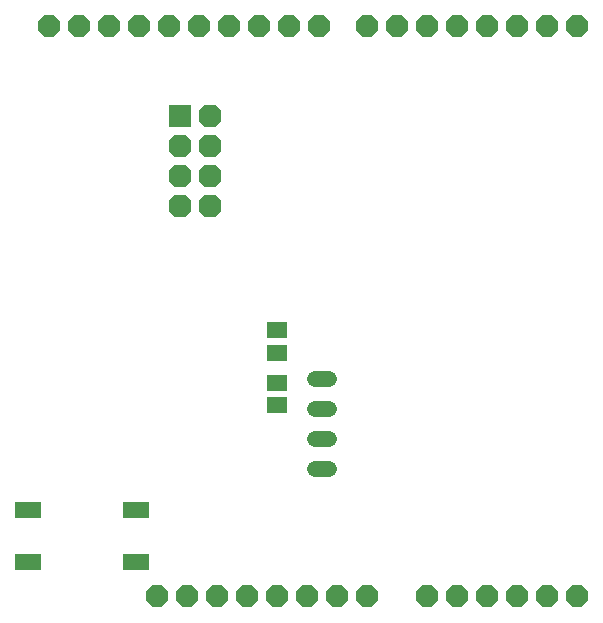
<source format=gts>
G04 This is an RS-274x file exported by *
G04 gerbv version 2.6.1 *
G04 More information is available about gerbv at *
G04 http://gerbv.geda-project.org/ *
G04 --End of header info--*
%MOIN*%
%FSLAX34Y34*%
%IPPOS*%
G04 --Define apertures--*
%ADD10C,0.1320*%
%AMMACRO11*
5,1,8,0.000000,0.000000,0.077932,22.500000*
%
%ADD11MACRO11*%
%ADD12C,0.0532*%
%ADD13R,0.0690X0.0572*%
%ADD14R,0.0651X0.0572*%
%ADD15R,0.0887X0.0572*%
%ADD16R,0.0760X0.0760*%
%AMMACRO17*
5,1,8,0.000000,0.000000,0.082262,22.500000*
%
%ADD17MACRO17*%
G04 --Start main section--*
G54D11*
G01X0009660Y0020500D03*
G01X0010660Y0020500D03*
G01X0011660Y0020500D03*
G01X0012659Y0020500D03*
G01X0013660Y0020500D03*
G01X0014660Y0020500D03*
G01X0015660Y0020500D03*
G01X0016660Y0020500D03*
G01X0017660Y0020500D03*
G01X0018660Y0020500D03*
G01X0020260Y0020500D03*
G01X0021260Y0020500D03*
G01X0022260Y0020500D03*
G01X0023260Y0020500D03*
G01X0024260Y0020500D03*
G01X0025260Y0020500D03*
G01X0026260Y0020500D03*
G01X0027260Y0020500D03*
G01X0027260Y0001500D03*
G01X0026260Y0001500D03*
G01X0025260Y0001500D03*
G01X0024260Y0001500D03*
G01X0023260Y0001500D03*
G01X0022260Y0001500D03*
G01X0020260Y0001500D03*
G01X0019260Y0001500D03*
G01X0018260Y0001500D03*
G01X0017260Y0001500D03*
G01X0016260Y0001500D03*
G01X0015260Y0001500D03*
G01X0014260Y0001500D03*
G01X0013260Y0001500D03*
G54D12*
G01X0018523Y0005750D02*
G01X0018996Y0005750D01*
G01X0018996Y0006750D02*
G01X0018523Y0006750D01*
G01X0018523Y0007750D02*
G01X0018996Y0007750D01*
G01X0018996Y0008750D02*
G01X0018523Y0008750D01*
G54D13*
G01X0017260Y0008624D03*
G01X0017260Y0007876D03*
G54D14*
G01X0017260Y0009626D03*
G01X0017260Y0010374D03*
G54D15*
G01X0012571Y0004366D03*
G01X0012571Y0002634D03*
G01X0008949Y0002634D03*
G01X0008949Y0004366D03*
G54D16*
G01X0014010Y0017500D03*
G54D17*
G01X0015010Y0017500D03*
G01X0015010Y0016500D03*
G01X0014010Y0016500D03*
G01X0014010Y0015500D03*
G01X0015010Y0015500D03*
G01X0015010Y0014500D03*
G01X0014010Y0014500D03*
M02*

</source>
